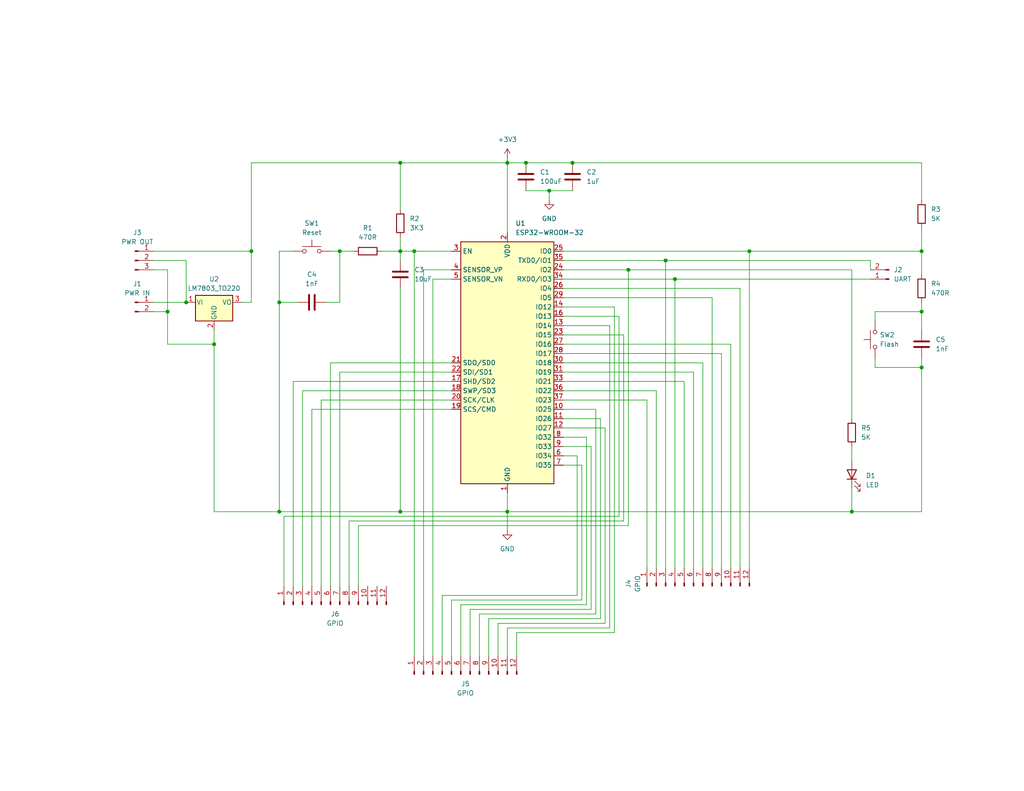
<source format=kicad_sch>
(kicad_sch (version 20230121) (generator eeschema)
  (paper "USLetter")
  (title_block (title "ESP32-WROOM-32D Automation Board") (date "2024-01-14") (rev "1.5") (company "Alexander Bobkov") (comment 1 "ESP32 Automation Board"))
  (lib_symbols
    (symbol "Connector:Conn_01x02_Pin" (pin_names (offset 1.016) hide)
      (property "Reference" "J" (at 0 2.54 0))
      (property "Value" "Conn_01x02_Pin" (at 0 -5.08 0))
      (symbol "Conn_01x02_Pin_1_1"
        (polyline (pts (xy 1.27 -2.54) (xy 0.8636 -2.54)) (stroke (width 0.1524)))
        (polyline (pts (xy 1.27 0) (xy 0.8636 0)) (stroke (width 0.1524)))
        (rectangle (start 0.8636 -2.413) (end 0 -2.667) (stroke (width 0.1524)) (fill (type outline)))
        (rectangle (start 0.8636 0.127) (end 0 -0.127) (stroke (width 0.1524)) (fill (type outline)))
        (pin passive line (at 5.08 0 180) (length 3.81) (name "Pin_1") (number "1"))
        (pin passive line (at 5.08 -2.54 180) (length 3.81) (name "Pin_2") (number "2"))
      )
    )
    (symbol "Connector:Conn_01x03_Pin" (pin_names (offset 1.016) hide)
      (property "Reference" "J" (at 0 5.08 0))
      (property "Value" "Conn_01x03_Pin" (at 0 -5.08 0))
      (symbol "Conn_01x03_Pin_1_1"
        (polyline (pts (xy 1.27 -2.54) (xy 0.8636 -2.54)) (stroke (width 0.1524)))
        (polyline (pts (xy 1.27 0) (xy 0.8636 0)) (stroke (width 0.1524)))
        (polyline (pts (xy 1.27 2.54) (xy 0.8636 2.54)) (stroke (width 0.1524)))
        (rectangle (start 0.8636 -2.413) (end 0 -2.667) (stroke (width 0.1524)) (fill (type outline)))
        (rectangle (start 0.8636 0.127) (end 0 -0.127) (stroke (width 0.1524)) (fill (type outline)))
        (rectangle (start 0.8636 2.667) (end 0 2.413) (stroke (width 0.1524)) (fill (type outline)))
        (pin passive line (at 5.08 2.54 180) (length 3.81) (name "Pin_1") (number "1"))
        (pin passive line (at 5.08 0 180) (length 3.81) (name "Pin_2") (number "2"))
        (pin passive line (at 5.08 -2.54 180) (length 3.81) (name "Pin_3") (number "3"))
      )
    )
    (symbol "Connector:Conn_01x12_Pin" (pin_names (offset 1.016) hide)
      (property "Reference" "J" (at 0 15.24 0))
      (property "Value" "Conn_01x12_Pin" (at 0 -17.78 0))
      (symbol "Conn_01x12_Pin_1_1"
        (polyline (pts (xy 1.27 -15.24) (xy 0.8636 -15.24)) (stroke (width 0.1524)))
        (polyline (pts (xy 1.27 -12.7) (xy 0.8636 -12.7)) (stroke (width 0.1524)))
        (polyline (pts (xy 1.27 -10.16) (xy 0.8636 -10.16)) (stroke (width 0.1524)))
        (polyline (pts (xy 1.27 -7.62) (xy 0.8636 -7.62)) (stroke (width 0.1524)))
        (polyline (pts (xy 1.27 -5.08) (xy 0.8636 -5.08)) (stroke (width 0.1524)))
        (polyline (pts (xy 1.27 -2.54) (xy 0.8636 -2.54)) (stroke (width 0.1524)))
        (polyline (pts (xy 1.27 0) (xy 0.8636 0)) (stroke (width 0.1524)))
        (polyline (pts (xy 1.27 2.54) (xy 0.8636 2.54)) (stroke (width 0.1524)))
        (polyline (pts (xy 1.27 5.08) (xy 0.8636 5.08)) (stroke (width 0.1524)))
        (polyline (pts (xy 1.27 7.62) (xy 0.8636 7.62)) (stroke (width 0.1524)))
        (polyline (pts (xy 1.27 10.16) (xy 0.8636 10.16)) (stroke (width 0.1524)))
        (polyline (pts (xy 1.27 12.7) (xy 0.8636 12.7)) (stroke (width 0.1524)))
        (rectangle (start 0.8636 -15.113) (end 0 -15.367) (stroke (width 0.1524)) (fill (type outline)))
        (rectangle (start 0.8636 -12.573) (end 0 -12.827) (stroke (width 0.1524)) (fill (type outline)))
        (rectangle (start 0.8636 -10.033) (end 0 -10.287) (stroke (width 0.1524)) (fill (type outline)))
        (rectangle (start 0.8636 -7.493) (end 0 -7.747) (stroke (width 0.1524)) (fill (type outline)))
        (rectangle (start 0.8636 -4.953) (end 0 -5.207) (stroke (width 0.1524)) (fill (type outline)))
        (rectangle (start 0.8636 -2.413) (end 0 -2.667) (stroke (width 0.1524)) (fill (type outline)))
        (rectangle (start 0.8636 0.127) (end 0 -0.127) (stroke (width 0.1524)) (fill (type outline)))
        (rectangle (start 0.8636 2.667) (end 0 2.413) (stroke (width 0.1524)) (fill (type outline)))
        (rectangle (start 0.8636 5.207) (end 0 4.953) (stroke (width 0.1524)) (fill (type outline)))
        (rectangle (start 0.8636 7.747) (end 0 7.493) (stroke (width 0.1524)) (fill (type outline)))
        (rectangle (start 0.8636 10.287) (end 0 10.033) (stroke (width 0.1524)) (fill (type outline)))
        (rectangle (start 0.8636 12.827) (end 0 12.573) (stroke (width 0.1524)) (fill (type outline)))
        (pin passive line (at 5.08 12.7 180) (length 3.81) (name "Pin_1") (number "1"))
        (pin passive line (at 5.08 -10.16 180) (length 3.81) (name "Pin_10") (number "10"))
        (pin passive line (at 5.08 -12.7 180) (length 3.81) (name "Pin_11") (number "11"))
        (pin passive line (at 5.08 -15.24 180) (length 3.81) (name "Pin_12") (number "12"))
        (pin passive line (at 5.08 10.16 180) (length 3.81) (name "Pin_2") (number "2"))
        (pin passive line (at 5.08 7.62 180) (length 3.81) (name "Pin_3") (number "3"))
        (pin passive line (at 5.08 5.08 180) (length 3.81) (name "Pin_4") (number "4"))
        (pin passive line (at 5.08 2.54 180) (length 3.81) (name "Pin_5") (number "5"))
        (pin passive line (at 5.08 0 180) (length 3.81) (name "Pin_6") (number "6"))
        (pin passive line (at 5.08 -2.54 180) (length 3.81) (name "Pin_7") (number "7"))
        (pin passive line (at 5.08 -5.08 180) (length 3.81) (name "Pin_8") (number "8"))
        (pin passive line (at 5.08 -7.62 180) (length 3.81) (name "Pin_9") (number "9"))
      )
    )
    (symbol "Device:C" (pin_numbers hide) (pin_names (offset 0.254))
      (property "Reference" "C" (at 0.635 2.54 0))
      (property "Value" "C" (at 0.635 -2.54 0))
      (symbol "C_0_1"
        (polyline (pts (xy -2.032 -0.762) (xy 2.032 -0.762)) (stroke (width 0.508)))
        (polyline (pts (xy -2.032 0.762) (xy 2.032 0.762)) (stroke (width 0.508)))
      )
      (symbol "C_1_1"
        (pin passive line (at 0 3.81 270) (length 2.794) (name "~") (number "1"))
        (pin passive line (at 0 -3.81 90) (length 2.794) (name "~") (number "2"))
      )
    )
    (symbol "Device:LED" (pin_numbers hide) (pin_names (offset 1.016) hide)
      (property "Reference" "D" (at 0 2.54 0))
      (property "Value" "LED" (at 0 -2.54 0))
      (symbol "LED_0_1"
        (polyline (pts (xy -1.27 -1.27) (xy -1.27 1.27)) (stroke (width 0.254)))
        (polyline (pts (xy -1.27 0) (xy 1.27 0)))
        (polyline (pts (xy 1.27 -1.27) (xy 1.27 1.27) (xy -1.27 0) (xy 1.27 -1.27)) (stroke (width 0.254)))
        (polyline (pts (xy -3.048 -0.762) (xy -4.572 -2.286) (xy -3.81 -2.286) (xy -4.572 -2.286) (xy -4.572 -1.524)))
        (polyline (pts (xy -1.778 -0.762) (xy -3.302 -2.286) (xy -2.54 -2.286) (xy -3.302 -2.286) (xy -3.302 -1.524)))
      )
      (symbol "LED_1_1"
        (pin passive line (at -3.81 0 0) (length 2.54) (name "K") (number "1"))
        (pin passive line (at 3.81 0 180) (length 2.54) (name "A") (number "2"))
      )
    )
    (symbol "Device:R" (pin_numbers hide) (pin_names (offset 0))
      (property "Reference" "R" (at 2.032 0 90))
      (property "Value" "R" (at 0 0 90))
      (symbol "R_0_1"
        (rectangle (start -1.016 -2.54) (end 1.016 2.54) (stroke (width 0.254)))
      )
      (symbol "R_1_1"
        (pin passive line (at 0 3.81 270) (length 1.27) (name "~") (number "1"))
        (pin passive line (at 0 -3.81 90) (length 1.27) (name "~") (number "2"))
      )
    )
    (symbol "RF_Module:ESP32-WROOM-32"
      (property "Reference" "U" (at -12.7 34.29 0))
      (property "Value" "ESP32-WROOM-32" (at 1.27 34.29 0))
      (symbol "ESP32-WROOM-32_0_1"
        (rectangle (start -12.7 33.02) (end 12.7 -33.02) (stroke (width 0.254)) (fill (type background)))
      )
      (symbol "ESP32-WROOM-32_1_1"
        (pin power_in line (at 0 -35.56 90) (length 2.54) (name "GND") (number "1"))
        (pin bidirectional line (at 15.24 -12.7 180) (length 2.54) (name "IO25") (number "10"))
        (pin bidirectional line (at 15.24 -15.24 180) (length 2.54) (name "IO26") (number "11"))
        (pin bidirectional line (at 15.24 -17.78 180) (length 2.54) (name "IO27") (number "12"))
        (pin bidirectional line (at 15.24 10.16 180) (length 2.54) (name "IO14") (number "13"))
        (pin bidirectional line (at 15.24 15.24 180) (length 2.54) (name "IO12") (number "14"))
        (pin passive line (at 0 -35.56 90) (length 2.54) hide (name "GND") (number "15"))
        (pin bidirectional line (at 15.24 12.7 180) (length 2.54) (name "IO13") (number "16"))
        (pin bidirectional line (at -15.24 -5.08 0) (length 2.54) (name "SHD/SD2") (number "17"))
        (pin bidirectional line (at -15.24 -7.62 0) (length 2.54) (name "SWP/SD3") (number "18"))
        (pin bidirectional line (at -15.24 -12.7 0) (length 2.54) (name "SCS/CMD") (number "19"))
        (pin power_in line (at 0 35.56 270) (length 2.54) (name "VDD") (number "2"))
        (pin bidirectional line (at -15.24 -10.16 0) (length 2.54) (name "SCK/CLK") (number "20"))
        (pin bidirectional line (at -15.24 0 0) (length 2.54) (name "SDO/SD0") (number "21"))
        (pin bidirectional line (at -15.24 -2.54 0) (length 2.54) (name "SDI/SD1") (number "22"))
        (pin bidirectional line (at 15.24 7.62 180) (length 2.54) (name "IO15") (number "23"))
        (pin bidirectional line (at 15.24 25.4 180) (length 2.54) (name "IO2") (number "24"))
        (pin bidirectional line (at 15.24 30.48 180) (length 2.54) (name "IO0") (number "25"))
        (pin bidirectional line (at 15.24 20.32 180) (length 2.54) (name "IO4") (number "26"))
        (pin bidirectional line (at 15.24 5.08 180) (length 2.54) (name "IO16") (number "27"))
        (pin bidirectional line (at 15.24 2.54 180) (length 2.54) (name "IO17") (number "28"))
        (pin bidirectional line (at 15.24 17.78 180) (length 2.54) (name "IO5") (number "29"))
        (pin input line (at -15.24 30.48 0) (length 2.54) (name "EN") (number "3"))
        (pin bidirectional line (at 15.24 0 180) (length 2.54) (name "IO18") (number "30"))
        (pin bidirectional line (at 15.24 -2.54 180) (length 2.54) (name "IO19") (number "31"))
        (pin no_connect line (at -12.7 -27.94 0) (length 2.54) hide (name "NC") (number "32"))
        (pin bidirectional line (at 15.24 -5.08 180) (length 2.54) (name "IO21") (number "33"))
        (pin bidirectional line (at 15.24 22.86 180) (length 2.54) (name "RXD0/IO3") (number "34"))
        (pin bidirectional line (at 15.24 27.94 180) (length 2.54) (name "TXD0/IO1") (number "35"))
        (pin bidirectional line (at 15.24 -7.62 180) (length 2.54) (name "IO22") (number "36"))
        (pin bidirectional line (at 15.24 -10.16 180) (length 2.54) (name "IO23") (number "37"))
        (pin passive line (at 0 -35.56 90) (length 2.54) hide (name "GND") (number "38"))
        (pin passive line (at 0 -35.56 90) (length 2.54) hide (name "GND") (number "39"))
        (pin input line (at -15.24 25.4 0) (length 2.54) (name "SENSOR_VP") (number "4"))
        (pin input line (at -15.24 22.86 0) (length 2.54) (name "SENSOR_VN") (number "5"))
        (pin input line (at 15.24 -25.4 180) (length 2.54) (name "IO34") (number "6"))
        (pin input line (at 15.24 -27.94 180) (length 2.54) (name "IO35") (number "7"))
        (pin bidirectional line (at 15.24 -20.32 180) (length 2.54) (name "IO32") (number "8"))
        (pin bidirectional line (at 15.24 -22.86 180) (length 2.54) (name "IO33") (number "9"))
      )
    )
    (symbol "Regulator_Linear:LM7805_TO220" (pin_names (offset 0.254))
      (property "Reference" "U" (at -3.81 3.175 0))
      (property "Value" "LM7805_TO220" (at 0 3.175 0))
      (symbol "LM7805_TO220_0_1"
        (rectangle (start -5.08 1.905) (end 5.08 -5.08) (stroke (width 0.254)) (fill (type background)))
      )
      (symbol "LM7805_TO220_1_1"
        (pin power_in line (at -7.62 0 0) (length 2.54) (name "VI") (number "1"))
        (pin power_in line (at 0 -7.62 90) (length 2.54) (name "GND") (number "2"))
        (pin power_out line (at 7.62 0 180) (length 2.54) (name "VO") (number "3"))
      )
    )
    (symbol "Switch:SW_Push" (pin_numbers hide) (pin_names (offset 1.016) hide)
      (property "Reference" "SW" (at 1.27 2.54 0))
      (property "Value" "SW_Push" (at 0 -1.524 0))
      (symbol "SW_Push_0_1"
        (circle (center -2.032 0) (radius 0.508))
        (polyline (pts (xy 0 1.27) (xy 0 3.048)))
        (polyline (pts (xy 2.54 1.27) (xy -2.54 1.27)))
        (circle (center 2.032 0) (radius 0.508))
        (pin passive line (at -5.08 0 0) (length 2.54) (name "1") (number "1"))
        (pin passive line (at 5.08 0 180) (length 2.54) (name "2") (number "2"))
      )
    )
    (symbol "power:+3V3" (power) (pin_names (offset 0))
      (property "Value" "+3V3" (at 0 3.556 0))
      (symbol "+3V3_0_1"
        (polyline (pts (xy -0.762 1.27) (xy 0 2.54)))
        (polyline (pts (xy 0 0) (xy 0 2.54)))
        (polyline (pts (xy 0 2.54) (xy 0.762 1.27)))
      )
      (symbol "+3V3_1_1"
        (pin power_in line (at 0 0 90) (length 0) hide (name "+3V3") (number "1"))
      )
    )
    (symbol "power:GND" (power) (pin_names (offset 0))
      (property "Value" "GND" (at 0 -3.81 0))
      (symbol "GND_0_1"
        (polyline (pts (xy 0 0) (xy 0 -1.27) (xy 1.27 -1.27) (xy 0 -2.54) (xy -1.27 -1.27) (xy 0 -1.27)))
      )
      (symbol "GND_1_1"
        (pin power_in line (at 0 0 270) (length 0) hide (name "GND") (number "1"))
      )
    )
  )
  (junction (at 45.72 85.09))
  (junction (at 232.41 139.7))
  (junction (at 76.2 139.7))
  (junction (at 184.15 76.2))
  (junction (at 76.2 82.55))
  (junction (at 92.71 68.58))
  (junction (at 109.22 44.45))
  (junction (at 138.43 139.7))
  (junction (at 138.43 44.45))
  (junction (at 204.47 68.58))
  (junction (at 149.86 52.07))
  (junction (at 251.46 68.58))
  (junction (at 109.22 139.7))
  (junction (at 171.45 73.66))
  (junction (at 58.42 93.98))
  (junction (at 143.51 44.45))
  (junction (at 113.03 68.58))
  (junction (at 50.8 82.55))
  (junction (at 251.46 100.33))
  (junction (at 68.58 68.58))
  (junction (at 156.21 44.45))
  (junction (at 251.46 85.09))
  (junction (at 181.61 71.12))
  (junction (at 109.22 68.58))
  (wire (pts (xy 161.29 166.37) (xy 128.27 166.37)))
  (wire (pts (xy 153.67 83.82) (xy 167.64 83.82)))
  (wire (pts (xy 237.49 71.12) (xy 237.49 73.66)))
  (wire (pts (xy 163.83 114.3) (xy 153.67 114.3)))
  (wire (pts (xy 153.67 93.98) (xy 199.39 93.98)))
  (wire (pts (xy 153.67 68.58) (xy 204.47 68.58)))
  (wire (pts (xy 135.89 170.18) (xy 135.89 179.07)))
  (wire (pts (xy 92.71 82.55) (xy 92.71 68.58)))
  (wire (pts (xy 76.2 82.55) (xy 81.28 82.55)))
  (wire (pts (xy 138.43 171.45) (xy 138.43 179.07)))
  (wire (pts (xy 166.37 88.9) (xy 166.37 171.45)))
  (wire (pts (xy 170.18 142.24) (xy 95.25 142.24)))
  (wire (pts (xy 153.67 91.44) (xy 170.18 91.44)))
  (wire (pts (xy 109.22 44.45) (xy 138.43 44.45)))
  (wire (pts (xy 123.19 101.6) (xy 92.71 101.6)))
  (wire (pts (xy 109.22 64.77) (xy 109.22 68.58)))
  (wire (pts (xy 196.85 96.52) (xy 153.67 96.52)))
  (wire (pts (xy 118.11 179.07) (xy 118.11 76.2)))
  (wire (pts (xy 80.01 68.58) (xy 76.2 68.58)))
  (wire (pts (xy 251.46 97.79) (xy 251.46 100.33)))
  (wire (pts (xy 143.51 44.45) (xy 156.21 44.45)))
  (wire (pts (xy 77.47 140.97) (xy 77.47 160.02)))
  (wire (pts (xy 90.17 68.58) (xy 92.71 68.58)))
  (wire (pts (xy 41.91 73.66) (xy 45.72 73.66)))
  (wire (pts (xy 153.67 109.22) (xy 176.53 109.22)))
  (wire (pts (xy 109.22 57.15) (xy 109.22 44.45)))
  (wire (pts (xy 109.22 68.58) (xy 109.22 71.12)))
  (wire (pts (xy 186.69 104.14) (xy 186.69 154.94)))
  (wire (pts (xy 123.19 104.14) (xy 80.01 104.14)))
  (wire (pts (xy 120.65 179.07) (xy 120.65 162.56)))
  (wire (pts (xy 128.27 166.37) (xy 128.27 179.07)))
  (wire (pts (xy 189.23 101.6) (xy 189.23 154.94)))
  (wire (pts (xy 238.76 87.63) (xy 238.76 85.09)))
  (wire (pts (xy 153.67 71.12) (xy 181.61 71.12)))
  (wire (pts (xy 113.03 68.58) (xy 113.03 179.07)))
  (wire (pts (xy 163.83 168.91) (xy 133.35 168.91)))
  (wire (pts (xy 58.42 90.17) (xy 58.42 93.98)))
  (wire (pts (xy 97.79 143.51) (xy 97.79 160.02)))
  (wire (pts (xy 153.67 78.74) (xy 201.93 78.74)))
  (wire (pts (xy 204.47 68.58) (xy 204.47 154.94)))
  (wire (pts (xy 68.58 68.58) (xy 68.58 44.45)))
  (wire (pts (xy 138.43 134.62) (xy 138.43 139.7)))
  (wire (pts (xy 115.57 73.66) (xy 123.19 73.66)))
  (wire (pts (xy 153.67 86.36) (xy 168.91 86.36)))
  (wire (pts (xy 251.46 62.23) (xy 251.46 68.58)))
  (wire (pts (xy 123.19 163.83) (xy 123.19 179.07)))
  (wire (pts (xy 153.67 101.6) (xy 189.23 101.6)))
  (wire (pts (xy 170.18 91.44) (xy 170.18 142.24)))
  (wire (pts (xy 157.48 162.56) (xy 157.48 124.46)))
  (wire (pts (xy 201.93 78.74) (xy 201.93 154.94)))
  (wire (pts (xy 160.02 119.38) (xy 153.67 119.38)))
  (wire (pts (xy 153.67 76.2) (xy 184.15 76.2)))
  (wire (pts (xy 251.46 68.58) (xy 251.46 74.93)))
  (wire (pts (xy 76.2 82.55) (xy 76.2 139.7)))
  (wire (pts (xy 113.03 68.58) (xy 123.19 68.58)))
  (wire (pts (xy 158.75 127) (xy 153.67 127)))
  (wire (pts (xy 58.42 93.98) (xy 58.42 139.7)))
  (wire (pts (xy 123.19 106.68) (xy 82.55 106.68)))
  (wire (pts (xy 160.02 165.1) (xy 125.73 165.1)))
  (wire (pts (xy 165.1 170.18) (xy 165.1 116.84)))
  (wire (pts (xy 50.8 71.12) (xy 50.8 82.55)))
  (wire (pts (xy 90.17 99.06) (xy 90.17 160.02)))
  (wire (pts (xy 149.86 52.07) (xy 149.86 54.61)))
  (wire (pts (xy 232.41 139.7) (xy 251.46 139.7)))
  (wire (pts (xy 199.39 93.98) (xy 199.39 154.94)))
  (wire (pts (xy 153.67 99.06) (xy 191.77 99.06)))
  (wire (pts (xy 82.55 106.68) (xy 82.55 160.02)))
  (wire (pts (xy 68.58 82.55) (xy 68.58 68.58)))
  (wire (pts (xy 165.1 170.18) (xy 135.89 170.18)))
  (wire (pts (xy 166.37 171.45) (xy 138.43 171.45)))
  (wire (pts (xy 251.46 44.45) (xy 251.46 54.61)))
  (wire (pts (xy 161.29 121.92) (xy 153.67 121.92)))
  (wire (pts (xy 153.67 88.9) (xy 166.37 88.9)))
  (wire (pts (xy 130.81 167.64) (xy 130.81 179.07)))
  (wire (pts (xy 109.22 68.58) (xy 113.03 68.58)))
  (wire (pts (xy 160.02 165.1) (xy 160.02 119.38)))
  (wire (pts (xy 138.43 139.7) (xy 232.41 139.7)))
  (wire (pts (xy 232.41 73.66) (xy 232.41 114.3)))
  (wire (pts (xy 68.58 44.45) (xy 109.22 44.45)))
  (wire (pts (xy 232.41 133.35) (xy 232.41 139.7)))
  (wire (pts (xy 153.67 81.28) (xy 194.31 81.28)))
  (wire (pts (xy 76.2 139.7) (xy 109.22 139.7)))
  (wire (pts (xy 163.83 168.91) (xy 163.83 114.3)))
  (wire (pts (xy 204.47 68.58) (xy 251.46 68.58)))
  (wire (pts (xy 85.09 111.76) (xy 85.09 160.02)))
  (wire (pts (xy 138.43 43.18) (xy 138.43 44.45)))
  (wire (pts (xy 179.07 106.68) (xy 179.07 154.94)))
  (wire (pts (xy 165.1 116.84) (xy 153.67 116.84)))
  (wire (pts (xy 238.76 100.33) (xy 251.46 100.33)))
  (wire (pts (xy 45.72 73.66) (xy 45.72 85.09)))
  (wire (pts (xy 95.25 142.24) (xy 95.25 160.02)))
  (wire (pts (xy 123.19 99.06) (xy 90.17 99.06)))
  (wire (pts (xy 194.31 81.28) (xy 194.31 154.94)))
  (wire (pts (xy 196.85 96.52) (xy 196.85 154.94)))
  (wire (pts (xy 162.56 111.76) (xy 153.67 111.76)))
  (wire (pts (xy 156.21 44.45) (xy 251.46 44.45)))
  (wire (pts (xy 162.56 167.64) (xy 162.56 111.76)))
  (wire (pts (xy 153.67 73.66) (xy 171.45 73.66)))
  (wire (pts (xy 58.42 139.7) (xy 76.2 139.7)))
  (wire (pts (xy 181.61 71.12) (xy 181.61 154.94)))
  (wire (pts (xy 158.75 163.83) (xy 123.19 163.83)))
  (wire (pts (xy 238.76 85.09) (xy 251.46 85.09)))
  (wire (pts (xy 88.9 82.55) (xy 92.71 82.55)))
  (wire (pts (xy 232.41 121.92) (xy 232.41 125.73)))
  (wire (pts (xy 87.63 109.22) (xy 87.63 160.02)))
  (wire (pts (xy 162.56 167.64) (xy 130.81 167.64)))
  (wire (pts (xy 168.91 140.97) (xy 77.47 140.97)))
  (wire (pts (xy 251.46 85.09) (xy 251.46 90.17)))
  (wire (pts (xy 92.71 68.58) (xy 96.52 68.58)))
  (wire (pts (xy 138.43 44.45) (xy 143.51 44.45)))
  (wire (pts (xy 115.57 179.07) (xy 115.57 73.66)))
  (wire (pts (xy 123.19 109.22) (xy 87.63 109.22)))
  (wire (pts (xy 158.75 163.83) (xy 158.75 127)))
  (wire (pts (xy 251.46 82.55) (xy 251.46 85.09)))
  (wire (pts (xy 184.15 76.2) (xy 184.15 154.94)))
  (wire (pts (xy 80.01 104.14) (xy 80.01 160.02)))
  (wire (pts (xy 140.97 172.72) (xy 140.97 179.07)))
  (wire (pts (xy 157.48 124.46) (xy 153.67 124.46)))
  (wire (pts (xy 153.67 104.14) (xy 186.69 104.14)))
  (wire (pts (xy 251.46 100.33) (xy 251.46 139.7)))
  (wire (pts (xy 168.91 86.36) (xy 168.91 140.97)))
  (wire (pts (xy 167.64 172.72) (xy 140.97 172.72)))
  (wire (pts (xy 41.91 85.09) (xy 45.72 85.09)))
  (wire (pts (xy 109.22 139.7) (xy 138.43 139.7)))
  (wire (pts (xy 97.79 143.51) (xy 171.45 143.51)))
  (wire (pts (xy 123.19 111.76) (xy 85.09 111.76)))
  (wire (pts (xy 138.43 44.45) (xy 138.43 63.5)))
  (wire (pts (xy 118.11 76.2) (xy 123.19 76.2)))
  (wire (pts (xy 181.61 71.12) (xy 237.49 71.12)))
  (wire (pts (xy 138.43 139.7) (xy 138.43 144.78)))
  (wire (pts (xy 176.53 109.22) (xy 176.53 154.94)))
  (wire (pts (xy 184.15 76.2) (xy 237.49 76.2)))
  (wire (pts (xy 161.29 166.37) (xy 161.29 121.92)))
  (wire (pts (xy 41.91 71.12) (xy 50.8 71.12)))
  (wire (pts (xy 171.45 143.51) (xy 171.45 73.66)))
  (wire (pts (xy 167.64 83.82) (xy 167.64 172.72)))
  (wire (pts (xy 45.72 93.98) (xy 58.42 93.98)))
  (wire (pts (xy 66.04 82.55) (xy 68.58 82.55)))
  (wire (pts (xy 133.35 168.91) (xy 133.35 179.07)))
  (wire (pts (xy 92.71 101.6) (xy 92.71 160.02)))
  (wire (pts (xy 41.91 68.58) (xy 68.58 68.58)))
  (wire (pts (xy 76.2 68.58) (xy 76.2 82.55)))
  (wire (pts (xy 104.14 68.58) (xy 109.22 68.58)))
  (wire (pts (xy 45.72 85.09) (xy 45.72 93.98)))
  (wire (pts (xy 171.45 73.66) (xy 232.41 73.66)))
  (wire (pts (xy 238.76 97.79) (xy 238.76 100.33)))
  (wire (pts (xy 41.91 82.55) (xy 50.8 82.55)))
  (wire (pts (xy 153.67 106.68) (xy 179.07 106.68)))
  (wire (pts (xy 191.77 99.06) (xy 191.77 154.94)))
  (wire (pts (xy 143.51 52.07) (xy 149.86 52.07)))
  (wire (pts (xy 109.22 78.74) (xy 109.22 139.7)))
  (wire (pts (xy 120.65 162.56) (xy 157.48 162.56)))
  (wire (pts (xy 149.86 52.07) (xy 156.21 52.07)))
  (wire (pts (xy 125.73 165.1) (xy 125.73 179.07)))
  (symbol (lib_id "power:GND") (at 149.86 54.61 0) (unit 1)
    (property "Reference" "#PWR03" (effects hide))
    (property "Value" "GND" (at 149.86 59.69 0))
  )
  (symbol (lib_id "Regulator_Linear:LM7805_TO220") (at 58.42 82.55 0) (unit 1)
    (property "Reference" "U2" (at 58.42 76.2 0))
    (property "Value" "LM7803_TO220" (at 58.42 78.74 0))
    (property "Footprint" "Package_TO_SOT_THT:TO-220-3_Vertical" (effects hide))
    (property "Datasheet" "https://www.onsemi.cn/PowerSolutions/document/MC7800-D.PDF" (effects hide))
  )
  (symbol (lib_id "power:GND") (at 138.43 144.78 0) (unit 1)
    (property "Reference" "#PWR01" (effects hide))
    (property "Value" "GND" (at 138.43 149.86 0))
  )
  (symbol (lib_id "Connector:Conn_01x02_Pin") (at 242.57 76.2 180) (unit 1)
    (property "Reference" "J2" (at 243.84 73.66 0) (effects (justify right)))
    (property "Value" "UART" (at 243.84 76.2 0) (effects (justify right)))
    (property "Footprint" "Connector_PinHeader_2.54mm:PinHeader_1x02_P2.54mm_Vertical" (effects hide))
  )
  (symbol (lib_id "Switch:SW_Push") (at 85.09 68.58 0) (unit 1)
    (property "Reference" "SW1" (at 85.09 60.96 0))
    (property "Value" "Reset" (at 85.09 63.5 0))
    (property "Footprint" "Button_Switch_THT:SW_PUSH_6mm" (effects hide))
  )
  (symbol (lib_id "Device:C") (at 85.09 82.55 270) (unit 1)
    (property "Reference" "C4" (at 85.09 74.93 90))
    (property "Value" "1nF" (at 85.09 77.47 90))
    (property "Footprint" "Connector_PinHeader_2.54mm:PinHeader_1x02_P2.54mm_Vertical" (effects hide))
  )
  (symbol (lib_id "Device:C") (at 251.46 93.98 0) (unit 1)
    (property "Reference" "C5" (at 255.27 92.71 0) (effects (justify left)))
    (property "Value" "1nF" (at 255.27 95.25 0) (effects (justify left)))
    (property "Footprint" "Connector_PinHeader_2.54mm:PinHeader_1x02_P2.54mm_Vertical" (effects hide))
  )
  (symbol (lib_id "Device:R") (at 251.46 78.74 0) (unit 1)
    (property "Reference" "R4" (at 254 77.47 0) (effects (justify left)))
    (property "Value" "470R" (at 254 80.01 0) (effects (justify left)))
    (property "Footprint" "Resistor_THT:R_Axial_DIN0204_L3.6mm_D1.6mm_P2.54mm_Vertical" (effects hide))
  )
  (symbol (lib_id "Switch:SW_Push") (at 238.76 92.71 90) (unit 1)
    (property "Reference" "SW2" (at 240.03 91.44 90) (effects (justify right)))
    (property "Value" "Flash" (at 240.03 93.98 90) (effects (justify right)))
    (property "Footprint" "Button_Switch_THT:SW_PUSH_6mm" (effects hide))
  )
  (symbol (lib_id "Device:R") (at 251.46 58.42 0) (unit 1)
    (property "Reference" "R3" (at 254 57.15 0) (effects (justify left)))
    (property "Value" "5K" (at 254 59.69 0) (effects (justify left)))
    (property "Footprint" "Resistor_THT:R_Axial_DIN0204_L3.6mm_D1.6mm_P2.54mm_Vertical" (effects hide))
  )
  (symbol (lib_id "Device:LED") (at 232.41 129.54 90) (unit 1)
    (property "Reference" "D1" (at 236.22 129.8575 90) (effects (justify right)))
    (property "Value" "LED" (at 236.22 132.3975 90) (effects (justify right)))
    (property "Footprint" "Connector_PinHeader_2.54mm:PinHeader_1x02_P2.54mm_Vertical" (effects hide))
  )
  (symbol (lib_id "Connector:Conn_01x12_Pin") (at 189.23 160.02 90) (unit 1)
    (property "Reference" "J4" (at 171.45 159.385 0))
    (property "Value" "GPIO" (at 173.99 159.385 0))
    (property "Footprint" "Connector_PinHeader_2.54mm:PinHeader_1x12_P2.54mm_Vertical" (effects hide))
  )
  (symbol (lib_id "RF_Module:ESP32-WROOM-32") (at 138.43 99.06 0) (unit 1)
    (property "Reference" "U1" (at 140.6241 60.96 0) (effects (justify left)))
    (property "Value" "ESP32-WROOM-32" (at 140.6241 63.5 0) (effects (justify left)))
    (property "Footprint" "Library:ESP32-WROOM-32D_Alex" (effects hide))
    (property "Datasheet" "https://www.espressif.com/sites/default/files/documentation/esp32-wroom-32_datasheet_en.pdf" (effects hide))
  )
  (symbol (lib_id "Device:R") (at 109.22 60.96 0) (unit 1)
    (property "Reference" "R2" (at 111.76 59.69 0) (effects (justify left)))
    (property "Value" "3K3" (at 111.76 62.23 0) (effects (justify left)))
    (property "Footprint" "Resistor_THT:R_Axial_DIN0204_L3.6mm_D1.6mm_P2.54mm_Vertical" (effects hide))
  )
  (symbol (lib_id "Device:C") (at 109.22 74.93 0) (unit 1)
    (property "Reference" "C3" (at 113.03 73.66 0) (effects (justify left)))
    (property "Value" "10uF" (at 113.03 76.2 0) (effects (justify left)))
    (property "Footprint" "Connector_PinHeader_2.54mm:PinHeader_1x02_P2.54mm_Vertical" (effects hide))
  )
  (symbol (lib_id "Device:R") (at 100.33 68.58 270) (unit 1)
    (property "Reference" "R1" (at 100.33 62.23 90))
    (property "Value" "470R" (at 100.33 64.77 90))
    (property "Footprint" "Resistor_THT:R_Axial_DIN0204_L3.6mm_D1.6mm_P2.54mm_Vertical" (effects hide))
  )
  (symbol (lib_id "Device:R") (at 232.41 118.11 180) (unit 1)
    (property "Reference" "R5" (at 234.95 116.84 0) (effects (justify right)))
    (property "Value" "5K" (at 234.95 119.38 0) (effects (justify right)))
    (property "Footprint" "Resistor_THT:R_Axial_DIN0204_L3.6mm_D1.6mm_P2.54mm_Vertical" (effects hide))
  )
  (symbol (lib_id "Device:C") (at 156.21 48.26 0) (unit 1)
    (property "Reference" "C2" (at 160.02 46.99 0) (effects (justify left)))
    (property "Value" "1uF" (at 160.02 49.53 0) (effects (justify left)))
    (property "Footprint" "Connector_PinHeader_2.54mm:PinHeader_1x02_P2.54mm_Vertical" (effects hide))
  )
  (symbol (lib_id "power:+3V3") (at 138.43 43.18 0) (unit 1)
    (property "Reference" "#PWR02" (effects hide))
    (property "Value" "+3V3" (at 138.43 38.1 0))
  )
  (symbol (lib_id "Connector:Conn_01x12_Pin") (at 90.17 165.1 90) (unit 1)
    (property "Reference" "J6" (at 91.44 167.64 90))
    (property "Value" "GPIO" (at 91.44 170.18 90))
    (property "Footprint" "Connector_PinHeader_2.54mm:PinHeader_1x12_P2.54mm_Vertical" (effects hide))
  )
  (symbol (lib_id "Connector:Conn_01x03_Pin") (at 36.83 71.12 0) (unit 1)
    (property "Reference" "J3" (at 37.465 63.5 0))
    (property "Value" "PWR OUT" (at 37.465 66.04 0))
    (property "Footprint" "Connector_PinHeader_2.54mm:PinHeader_1x03_P2.54mm_Vertical" (effects hide))
  )
  (symbol (lib_id "Device:C") (at 143.51 48.26 0) (unit 1)
    (property "Reference" "C1" (at 147.32 46.99 0) (effects (justify left)))
    (property "Value" "100uF" (at 147.32 49.53 0) (effects (justify left)))
    (property "Footprint" "Connector_PinHeader_2.54mm:PinHeader_1x02_P2.54mm_Vertical" (effects hide))
  )
  (symbol (lib_id "Connector:Conn_01x12_Pin") (at 125.73 184.15 90) (unit 1)
    (property "Reference" "J5" (at 127 186.69 90))
    (property "Value" "GPIO" (at 127 189.23 90))
    (property "Footprint" "Connector_PinHeader_2.54mm:PinHeader_1x12_P2.54mm_Vertical" (effects hide))
  )
  (symbol (lib_id "Connector:Conn_01x02_Pin") (at 36.83 82.55 0) (unit 1)
    (property "Reference" "J1" (at 37.465 77.47 0))
    (property "Value" "PWR IN" (at 37.465 80.01 0))
    (property "Footprint" "Connector_PinHeader_2.54mm:PinHeader_1x02_P2.54mm_Vertical" (effects hide))
  )
)
</source>
